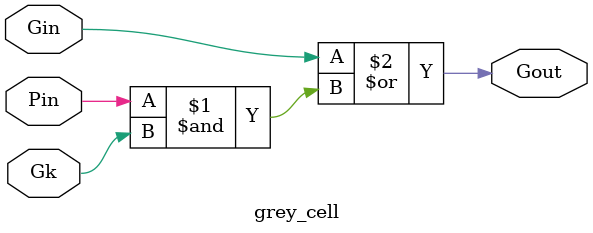
<source format=sv>
`timescale 1ns/1ps
module black_cell (
    input  logic Gin, Pin,
    input  logic Gk,  Pk,
    output logic Gout, Pout
);
    assign Gout = Gin | (Pin & Gk);
    assign Pout = Pin & Pk;
endmodule



module grey_cell (
    input  logic Gin, Pin,
    input  logic Gk,
    output logic Gout
);
    assign Gout = Gin | (Pin & Gk);
endmodule


</source>
